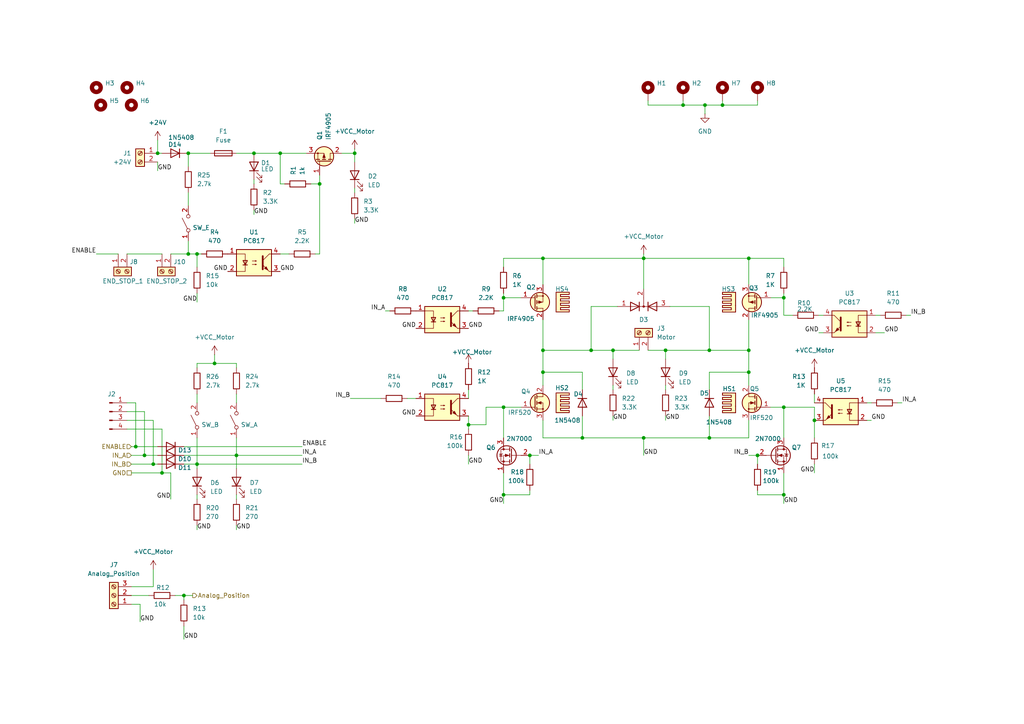
<source format=kicad_sch>
(kicad_sch (version 20231120) (generator "eeschema") (generator_version "8.0")
  (paper "A4")
  (title_block (title "Motor for elevation") (date "2024-04-17") (rev "1.0"))
  (lib_symbols
    (symbol "+24V_1" (power) (pin_numbers hide) (pin_names (offset 0) hide)
      (property "Value" "+24V" (at 0 3.556 0))
      (symbol "+24V_1_1_1"
        (pin power_in line (at 0 0 90) (length 0) (name "~") (number "1"))
      )
    )
    (symbol "Connector:Conn_01x04_Pin" (pin_names (offset 1.016) hide)
      (property "Reference" "J" (at 0 5.08 0))
      (property "Value" "Conn_01x04_Pin" (at 0 -7.62 0))
      (symbol "Conn_01x04_Pin_1_1"
        (pin passive line (at 5.08 2.54 180) (length 3.81) (name "Pin_1") (number "1"))
        (pin passive line (at 5.08 0 180) (length 3.81) (name "Pin_2") (number "2"))
        (pin passive line (at 5.08 -2.54 180) (length 3.81) (name "Pin_3") (number "3"))
        (pin passive line (at 5.08 -5.08 180) (length 3.81) (name "Pin_4") (number "4"))
      )
    )
    (symbol "Connector:Screw_Terminal_01x02" (pin_names (offset 1.016) hide)
      (property "Reference" "J" (at 0 2.54 0))
      (property "Value" "Screw_Terminal_01x02" (at 0 -5.08 0))
      (symbol "Screw_Terminal_01x02_1_1"
        (pin passive line (at -5.08 0 0) (length 3.81) (name "Pin_1") (number "1"))
        (pin passive line (at -5.08 -2.54 0) (length 3.81) (name "Pin_2") (number "2"))
      )
    )
    (symbol "Connector:Screw_Terminal_01x03" (pin_names (offset 1.016) hide)
      (property "Reference" "J" (at 0 5.08 0))
      (property "Value" "Screw_Terminal_01x03" (at 0 -5.08 0))
      (symbol "Screw_Terminal_01x03_1_1"
        (pin passive line (at -5.08 2.54 0) (length 3.81) (name "Pin_1") (number "1"))
        (pin passive line (at -5.08 0 0) (length 3.81) (name "Pin_2") (number "2"))
        (pin passive line (at -5.08 -2.54 0) (length 3.81) (name "Pin_3") (number "3"))
      )
    )
    (symbol "Device:D_Dual_CommonCathode_AAK" (pin_names (offset 0.762) hide)
      (property "Reference" "D3" (at 0 3.81 0))
      (symbol "D_Dual_CommonCathode_AAK_0_1"
        (pin passive line (at -7.62 0 0) (length 3.81) (name "A") (number "1"))
      )
      (symbol "D_Dual_CommonCathode_AAK_1_1"
        (pin passive line (at 0 -5.08 90) (length 2.54) (name "K") (number "2"))
        (pin passive line (at 7.62 0 180) (length 3.81) (name "A") (number "3"))
      )
    )
    (symbol "Device:Fuse" (pin_numbers hide) (pin_names (offset 0))
      (property "Reference" "F" (at 2.032 0 90))
      (property "Value" "Fuse" (at -1.905 0 90))
      (symbol "Fuse_1_1"
        (pin passive line (at 0 3.81 270) (length 1.27) (name "~") (number "1"))
        (pin passive line (at 0 -3.81 90) (length 1.27) (name "~") (number "2"))
      )
    )
    (symbol "Device:LED" (pin_numbers hide) (pin_names (offset 1.016) hide)
      (property "Reference" "D" (at 0 2.54 0))
      (property "Value" "LED" (at 0 -2.54 0))
      (symbol "LED_1_1"
        (pin passive line (at -3.81 0 0) (length 2.54) (name "K") (number "1"))
        (pin passive line (at 3.81 0 180) (length 2.54) (name "A") (number "2"))
      )
    )
    (symbol "Diode:1N4148" (pin_numbers hide) (pin_names hide)
      (property "Reference" "D" (at 0 2.54 0))
      (property "Value" "1N4148" (at 0 -2.54 0))
      (symbol "1N4148_1_1"
        (pin passive line (at -3.81 0 0) (length 2.54) (name "K") (number "1"))
        (pin passive line (at 3.81 0 180) (length 2.54) (name "A") (number "2"))
      )
    )
    (symbol "Diode:1N5406" (pin_numbers hide) (pin_names hide)
      (property "Reference" "D" (at 0 2.54 0))
      (property "Value" "1N5406" (at 0 -2.54 0))
      (symbol "1N5406_1_1"
        (pin passive line (at -3.81 0 0) (length 2.54) (name "K") (number "1"))
        (pin passive line (at 3.81 0 180) (length 2.54) (name "A") (number "2"))
      )
    )
    (symbol "Isolator:PC817" (pin_names (offset 1.016))
      (property "Reference" "U" (at -5.08 5.08 0))
      (property "Value" "PC817" (at 0 5.08 0))
      (symbol "PC817_1_1"
        (pin passive line (at -7.62 2.54 0) (length 2.54) (name "~") (number "1"))
        (pin passive line (at -7.62 -2.54 0) (length 2.54) (name "~") (number "2"))
        (pin passive line (at 7.62 -2.54 180) (length 2.54) (name "~") (number "3"))
        (pin passive line (at 7.62 2.54 180) (length 2.54) (name "~") (number "4"))
      )
    )
    (symbol "Mechanical:Heatsink" (pin_names (offset 1.016))
      (property "Reference" "HS" (at 0 5.08 0))
      (property "Value" "Heatsink" (at 0 -1.27 0))
    )
    (symbol "Mechanical:MountingHole" (pin_names (offset 1.016))
      (property "Reference" "H" (at 0 5.08 0))
      (property "Value" "MountingHole" (at 0 3.175 0))
    )
    (symbol "Mechanical:MountingHole_Pad" (pin_numbers hide) (pin_names (offset 1.016) hide)
      (property "Reference" "H" (at 0 6.35 0))
      (property "Value" "MountingHole_Pad" (at 0 4.445 0))
      (symbol "MountingHole_Pad_1_1"
        (pin input line (at 0 -2.54 90) (length 2.54) (name "1") (number "1"))
      )
    )
    (symbol "PCM_SL_Devices:Resistor_0.5W"
      (property "Reference" "R" (at 0 5.08 0))
      (property "Value" "Resistor_0.5W" (at 0 2.54 0))
      (symbol "Resistor_0.5W_1_1"
        (pin passive line (at -3.81 0 0) (length 1.5) (name "") (number "1"))
        (pin passive line (at 3.81 0 180) (length 1.5) (name "~") (number "2"))
      )
    )
    (symbol "PCM_Transistor_MOSFET_AKL:IRF4905" (pin_names hide)
      (property "Reference" "Q" (at 5.08 1.27 0))
      (property "Value" "IRF4905" (at 5.08 -1.27 0))
      (symbol "IRF4905_1_1"
        (pin input line (at -3.81 1.27 0) (length 2.54) (name "G") (number "1"))
        (pin passive line (at 2.54 -5.08 90) (length 2.54) (name "D") (number "2"))
        (pin passive line (at 2.54 5.08 270) (length 2.54) (name "S") (number "3"))
      )
    )
    (symbol "PCM_Transistor_MOSFET_AKL:IRF520" (pin_names hide)
      (property "Reference" "Q" (at 5.08 1.27 0))
      (property "Value" "IRF520" (at 5.08 -1.27 0))
      (symbol "IRF520_1_1"
        (pin input line (at -3.81 -1.27 0) (length 2.54) (name "G") (number "1"))
        (pin passive line (at 2.54 5.08 270) (length 2.54) (name "D") (number "2"))
        (pin passive line (at 2.54 -5.08 90) (length 2.54) (name "S") (number "3"))
      )
    )
    (symbol "Switch:SW_DPST_x2" (pin_names (offset 0) hide)
      (property "Reference" "SW" (at 0 3.175 0))
      (property "Value" "SW_DPST_x2" (at 0 -2.54 0))
      (symbol "SW_DPST_x2_1_1"
        (pin passive line (at -5.08 0 0) (length 2.54) (name "A") (number "1"))
        (pin passive line (at 5.08 0 180) (length 2.54) (name "B") (number "2"))
      )
      (symbol "SW_DPST_x2_2_1"
        (pin passive line (at -5.08 0 0) (length 2.54) (name "A") (number "3"))
        (pin passive line (at 5.08 0 180) (length 2.54) (name "B") (number "4"))
      )
    )
    (symbol "Transistor_FET:2N7000" (pin_names hide)
      (property "Reference" "Q" (at 5.08 1.905 0))
      (property "Value" "2N7000" (at 5.08 0 0))
      (symbol "2N7000_1_1"
        (pin passive line (at 2.54 -5.08 90) (length 2.54) (name "S") (number "1"))
        (pin input line (at -5.08 0 0) (length 2.54) (name "G") (number "2"))
        (pin passive line (at 2.54 5.08 270) (length 2.54) (name "D") (number "3"))
      )
    )
    (symbol "power:+24V" (power) (pin_names (offset 0))
      (property "Value" "+24V" (at 0 3.556 0))
      (symbol "+24V_1_1"
        (pin power_in line (at 0 0 90) (length 0) hide (name "+24V") (number "1"))
      )
    )
    (symbol "power:GND" (power) (pin_numbers hide) (pin_names (offset 0) hide)
      (property "Value" "GND" (at 0 -3.81 0))
      (symbol "GND_1_1"
        (pin power_in line (at 0 0 270) (length 0) (name "~") (number "1"))
      )
    )
  )
  (junction (at 146.05 86.36))
  (junction (at 193.04 101.6))
  (junction (at 227.33 118.11))
  (junction (at 186.69 74.93))
  (junction (at 171.45 101.6))
  (junction (at 153.67 132.08))
  (junction (at 227.33 86.36))
  (junction (at 57.15 134.62))
  (junction (at 54.61 73.66))
  (junction (at 177.8 101.6))
  (junction (at 41.91 132.08))
  (junction (at 227.33 143.51))
  (junction (at 46.99 137.16))
  (junction (at 205.74 127))
  (junction (at 54.61 44.45))
  (junction (at 102.87 44.45))
  (junction (at 57.15 73.66))
  (junction (at 168.91 127))
  (junction (at 39.37 129.54))
  (junction (at 205.74 101.6))
  (junction (at 92.71 53.34))
  (junction (at 217.17 74.93))
  (junction (at 157.48 101.6))
  (junction (at 44.45 134.62))
  (junction (at 146.05 118.11))
  (junction (at 186.69 127))
  (junction (at 81.28 44.45))
  (junction (at 236.22 121.92))
  (junction (at 204.47 30.48))
  (junction (at 217.17 101.6))
  (junction (at 146.05 143.51))
  (junction (at 53.34 172.72))
  (junction (at 217.17 107.95))
  (junction (at 68.58 132.08))
  (junction (at 73.66 44.45))
  (junction (at 45.72 44.45))
  (junction (at 135.89 123.19))
  (junction (at 198.12 30.48))
  (junction (at 209.55 30.48))
  (junction (at 157.48 74.93))
  (junction (at 62.23 105.41))
  (junction (at 157.48 107.95))
  (junction (at 219.71 132.08))
  (wire (pts (xy 223.52 118.11) (xy 227.33 118.11)))
  (wire (pts (xy 45.72 40.64) (xy 45.72 44.45)))
  (wire (pts (xy 53.34 129.54) (xy 87.63 129.54)))
  (wire (pts (xy 102.87 44.45) (xy 102.87 46.99)))
  (wire (pts (xy 57.15 105.41) (xy 62.23 105.41)))
  (wire (pts (xy 157.48 92.71) (xy 157.48 101.6)))
  (wire (pts (xy 205.74 88.9) (xy 205.74 101.6)))
  (wire (pts (xy 57.15 152.4) (xy 57.15 153.67)))
  (wire (pts (xy 262.89 91.44) (xy 264.16 91.44)))
  (wire (pts (xy 38.1 175.26) (xy 40.64 175.26)))
  (wire (pts (xy 146.05 118.11) (xy 151.13 118.11)))
  (wire (pts (xy 205.74 127) (xy 205.74 120.65)))
  (wire (pts (xy 157.48 127) (xy 168.91 127)))
  (wire (pts (xy 135.89 113.03) (xy 135.89 115.57)))
  (wire (pts (xy 46.99 137.16) (xy 49.53 137.16)))
  (wire (pts (xy 217.17 92.71) (xy 217.17 101.6)))
  (wire (pts (xy 171.45 101.6) (xy 177.8 101.6)))
  (wire (pts (xy 44.45 170.18) (xy 38.1 170.18)))
  (wire (pts (xy 50.8 172.72) (xy 53.34 172.72)))
  (wire (pts (xy 187.96 101.6) (xy 193.04 101.6)))
  (wire (pts (xy 217.17 107.95) (xy 217.17 111.76)))
  (wire (pts (xy 153.67 132.08) (xy 156.21 132.08)))
  (wire (pts (xy 57.15 85.09) (xy 57.15 87.63)))
  (wire (pts (xy 54.61 69.85) (xy 54.61 73.66)))
  (wire (pts (xy 187.96 30.48) (xy 198.12 30.48)))
  (wire (pts (xy 53.34 173.99) (xy 53.34 172.72)))
  (wire (pts (xy 38.1 137.16) (xy 46.99 137.16)))
  (wire (pts (xy 68.58 105.41) (xy 68.58 106.68)))
  (wire (pts (xy 68.58 132.08) (xy 68.58 135.89)))
  (wire (pts (xy 99.06 44.45) (xy 102.87 44.45)))
  (wire (pts (xy 39.37 129.54) (xy 38.1 129.54)))
  (wire (pts (xy 101.6 115.57) (xy 110.49 115.57)))
  (wire (pts (xy 227.33 85.09) (xy 227.33 86.36)))
  (wire (pts (xy 177.8 101.6) (xy 185.42 101.6)))
  (wire (pts (xy 140.97 123.19) (xy 140.97 118.11)))
  (wire (pts (xy 88.9 44.45) (xy 81.28 44.45)))
  (wire (pts (xy 179.07 88.9) (xy 171.45 88.9)))
  (wire (pts (xy 223.52 86.36) (xy 227.33 86.36)))
  (wire (pts (xy 73.66 44.45) (xy 81.28 44.45)))
  (wire (pts (xy 217.17 74.93) (xy 227.33 74.93)))
  (wire (pts (xy 49.53 137.16) (xy 49.53 144.78)))
  (wire (pts (xy 62.23 102.87) (xy 62.23 105.41)))
  (wire (pts (xy 227.33 137.16) (xy 227.33 143.51)))
  (wire (pts (xy 73.66 52.07) (xy 73.66 53.34)))
  (wire (pts (xy 62.23 105.41) (xy 68.58 105.41)))
  (wire (pts (xy 204.47 30.48) (xy 209.55 30.48)))
  (wire (pts (xy 53.34 134.62) (xy 57.15 134.62)))
  (wire (pts (xy 90.17 53.34) (xy 92.71 53.34)))
  (wire (pts (xy 135.89 120.65) (xy 135.89 123.19)))
  (wire (pts (xy 54.61 44.45) (xy 54.61 48.26)))
  (wire (pts (xy 187.96 29.21) (xy 187.96 30.48)))
  (wire (pts (xy 219.71 132.08) (xy 219.71 134.62)))
  (wire (pts (xy 168.91 127) (xy 168.91 120.65)))
  (wire (pts (xy 45.72 132.08) (xy 41.91 132.08)))
  (wire (pts (xy 36.83 73.66) (xy 46.99 73.66)))
  (wire (pts (xy 157.48 101.6) (xy 157.48 107.95)))
  (wire (pts (xy 177.8 120.65) (xy 177.8 121.92)))
  (wire (pts (xy 57.15 135.89) (xy 57.15 134.62)))
  (wire (pts (xy 157.48 107.95) (xy 168.91 107.95)))
  (wire (pts (xy 44.45 134.62) (xy 38.1 134.62)))
  (wire (pts (xy 260.35 116.84) (xy 261.62 116.84)))
  (wire (pts (xy 45.72 129.54) (xy 39.37 129.54)))
  (wire (pts (xy 118.11 115.57) (xy 120.65 115.57)))
  (wire (pts (xy 44.45 165.1) (xy 44.45 170.18)))
  (wire (pts (xy 227.33 143.51) (xy 227.33 146.05)))
  (wire (pts (xy 238.76 91.44) (xy 237.49 91.44)))
  (wire (pts (xy 255.27 91.44) (xy 254 91.44)))
  (wire (pts (xy 135.89 90.17) (xy 137.16 90.17)))
  (wire (pts (xy 205.74 101.6) (xy 217.17 101.6)))
  (wire (pts (xy 45.72 46.99) (xy 45.72 49.53)))
  (wire (pts (xy 68.58 44.45) (xy 73.66 44.45)))
  (wire (pts (xy 254 96.52) (xy 256.54 96.52)))
  (wire (pts (xy 140.97 118.11) (xy 146.05 118.11)))
  (wire (pts (xy 68.58 114.3) (xy 68.58 116.84)))
  (wire (pts (xy 217.17 107.95) (xy 205.74 107.95)))
  (wire (pts (xy 135.89 123.19) (xy 135.89 124.46)))
  (wire (pts (xy 193.04 101.6) (xy 193.04 104.14)))
  (wire (pts (xy 227.33 74.93) (xy 227.33 77.47)))
  (wire (pts (xy 36.83 116.84) (xy 39.37 116.84)))
  (wire (pts (xy 146.05 137.16) (xy 146.05 143.51)))
  (wire (pts (xy 217.17 127) (xy 205.74 127)))
  (wire (pts (xy 168.91 127) (xy 186.69 127)))
  (wire (pts (xy 81.28 44.45) (xy 81.28 53.34)))
  (wire (pts (xy 219.71 142.24) (xy 219.71 143.51)))
  (wire (pts (xy 45.72 44.45) (xy 46.99 44.45)))
  (wire (pts (xy 146.05 118.11) (xy 146.05 127)))
  (wire (pts (xy 157.48 107.95) (xy 157.48 111.76)))
  (wire (pts (xy 146.05 74.93) (xy 146.05 77.47)))
  (wire (pts (xy 204.47 30.48) (xy 204.47 33.02)))
  (wire (pts (xy 236.22 121.92) (xy 236.22 118.11)))
  (wire (pts (xy 157.48 74.93) (xy 157.48 82.55)))
  (wire (pts (xy 227.33 86.36) (xy 227.33 91.44)))
  (wire (pts (xy 57.15 127) (xy 57.15 134.62)))
  (wire (pts (xy 209.55 30.48) (xy 219.71 30.48)))
  (wire (pts (xy 102.87 43.18) (xy 102.87 44.45)))
  (wire (pts (xy 146.05 143.51) (xy 146.05 146.05)))
  (wire (pts (xy 177.8 101.6) (xy 177.8 104.14)))
  (wire (pts (xy 41.91 119.38) (xy 41.91 132.08)))
  (wire (pts (xy 45.72 134.62) (xy 44.45 134.62)))
  (wire (pts (xy 44.45 121.92) (xy 44.45 134.62)))
  (wire (pts (xy 91.44 73.66) (xy 92.71 73.66)))
  (wire (pts (xy 227.33 118.11) (xy 236.22 118.11)))
  (wire (pts (xy 186.69 74.93) (xy 217.17 74.93)))
  (wire (pts (xy 171.45 88.9) (xy 171.45 101.6)))
  (wire (pts (xy 53.34 172.72) (xy 55.88 172.72)))
  (wire (pts (xy 219.71 29.21) (xy 219.71 30.48)))
  (wire (pts (xy 193.04 111.76) (xy 193.04 113.03)))
  (wire (pts (xy 146.05 74.93) (xy 157.48 74.93)))
  (wire (pts (xy 177.8 111.76) (xy 177.8 113.03)))
  (wire (pts (xy 157.48 101.6) (xy 171.45 101.6)))
  (wire (pts (xy 236.22 134.62) (xy 236.22 137.16)))
  (wire (pts (xy 57.15 134.62) (xy 87.63 134.62)))
  (wire (pts (xy 194.31 88.9) (xy 205.74 88.9)))
  (wire (pts (xy 36.83 124.46) (xy 46.99 124.46)))
  (wire (pts (xy 135.89 123.19) (xy 140.97 123.19)))
  (wire (pts (xy 193.04 120.65) (xy 193.04 121.92)))
  (wire (pts (xy 135.89 132.08) (xy 135.89 134.62)))
  (wire (pts (xy 237.49 96.52) (xy 238.76 96.52)))
  (wire (pts (xy 227.33 118.11) (xy 227.33 127)))
  (wire (pts (xy 186.69 127) (xy 205.74 127)))
  (wire (pts (xy 157.48 121.92) (xy 157.48 127)))
  (wire (pts (xy 41.91 132.08) (xy 38.1 132.08)))
  (wire (pts (xy 227.33 143.51) (xy 219.71 143.51)))
  (wire (pts (xy 73.66 60.96) (xy 73.66 62.23)))
  (wire (pts (xy 68.58 143.51) (xy 68.58 144.78)))
  (wire (pts (xy 153.67 132.08) (xy 153.67 134.62)))
  (wire (pts (xy 146.05 85.09) (xy 146.05 86.36)))
  (wire (pts (xy 102.87 54.61) (xy 102.87 55.88)))
  (wire (pts (xy 92.71 53.34) (xy 92.71 73.66)))
  (wire (pts (xy 111.76 90.17) (xy 113.03 90.17)))
  (wire (pts (xy 204.47 30.48) (xy 198.12 30.48)))
  (wire (pts (xy 153.67 142.24) (xy 153.67 143.51)))
  (wire (pts (xy 39.37 116.84) (xy 39.37 129.54)))
  (wire (pts (xy 38.1 172.72) (xy 43.18 172.72)))
  (wire (pts (xy 36.83 121.92) (xy 44.45 121.92)))
  (wire (pts (xy 49.53 73.66) (xy 54.61 73.66)))
  (wire (pts (xy 193.04 101.6) (xy 205.74 101.6)))
  (wire (pts (xy 146.05 86.36) (xy 151.13 86.36)))
  (wire (pts (xy 251.46 116.84) (xy 252.73 116.84)))
  (wire (pts (xy 198.12 29.21) (xy 198.12 30.48)))
  (wire (pts (xy 54.61 44.45) (xy 60.96 44.45)))
  (wire (pts (xy 92.71 53.34) (xy 92.71 50.8)))
  (wire (pts (xy 209.55 29.21) (xy 209.55 30.48)))
  (wire (pts (xy 217.17 74.93) (xy 217.17 82.55)))
  (wire (pts (xy 68.58 132.08) (xy 87.63 132.08)))
  (wire (pts (xy 68.58 127) (xy 68.58 132.08)))
  (wire (pts (xy 36.83 119.38) (xy 41.91 119.38)))
  (wire (pts (xy 81.28 73.66) (xy 83.82 73.66)))
  (wire (pts (xy 68.58 152.4) (xy 68.58 153.67)))
  (wire (pts (xy 57.15 73.66) (xy 58.42 73.66)))
  (wire (pts (xy 57.15 143.51) (xy 57.15 144.78)))
  (wire (pts (xy 217.17 101.6) (xy 217.17 107.95)))
  (wire (pts (xy 27.94 73.66) (xy 34.29 73.66)))
  (wire (pts (xy 186.69 127) (xy 186.69 132.08)))
  (wire (pts (xy 251.46 121.92) (xy 252.73 121.92)))
  (wire (pts (xy 40.64 175.26) (xy 40.64 180.34)))
  (wire (pts (xy 217.17 121.92) (xy 217.17 127)))
  (wire (pts (xy 102.87 63.5) (xy 102.87 64.77)))
  (wire (pts (xy 46.99 124.46) (xy 46.99 137.16)))
  (wire (pts (xy 57.15 73.66) (xy 57.15 77.47)))
  (wire (pts (xy 186.69 73.66) (xy 186.69 74.93)))
  (wire (pts (xy 144.78 90.17) (xy 146.05 90.17)))
  (wire (pts (xy 53.34 132.08) (xy 68.58 132.08)))
  (wire (pts (xy 219.71 132.08) (xy 217.17 132.08)))
  (wire (pts (xy 146.05 143.51) (xy 153.67 143.51)))
  (wire (pts (xy 205.74 107.95) (xy 205.74 113.03)))
  (wire (pts (xy 157.48 74.93) (xy 186.69 74.93)))
  (wire (pts (xy 57.15 116.84) (xy 57.15 114.3)))
  (wire (pts (xy 53.34 181.61) (xy 53.34 185.42)))
  (wire (pts (xy 236.22 114.3) (xy 236.22 116.84)))
  (wire (pts (xy 146.05 86.36) (xy 146.05 90.17)))
  (wire (pts (xy 81.28 53.34) (xy 82.55 53.34)))
  (wire (pts (xy 54.61 73.66) (xy 57.15 73.66)))
  (wire (pts (xy 57.15 106.68) (xy 57.15 105.41)))
  (wire (pts (xy 54.61 55.88) (xy 54.61 59.69)))
  (wire (pts (xy 186.69 74.93) (xy 186.69 83.82)))
  (wire (pts (xy 168.91 107.95) (xy 168.91 113.03)))
  (wire (pts (xy 236.22 121.92) (xy 236.22 127)))
  (wire (pts (xy 227.33 91.44) (xy 229.87 91.44)))
  (label "IN_B" (at 87.63 134.62 0))
  (label "GND" (at 53.34 185.42 0))
  (label "GND" (at 256.54 96.52 0))
  (label "IN_A" (at 156.21 132.08 0))
  (label "GND" (at 49.53 144.78 180))
  (label "IN_B" (at 101.6 115.57 180))
  (label "ENABLE" (at 87.63 129.54 0))
  (label "GND" (at 227.33 146.05 0))
  (label "GND" (at 102.87 64.77 0))
  (label "GND" (at 120.65 95.25 180))
  (label "IN_A" (at 261.62 116.84 0))
  (label "GND" (at 120.65 120.65 180))
  (label "GND" (at 135.89 134.62 0))
  (label "GND" (at 66.04 78.74 180))
  (label "GND" (at 146.05 146.05 180))
  (label "GND" (at 57.15 153.67 0))
  (label "ENABLE" (at 27.94 73.66 180))
  (label "IN_A" (at 111.76 90.17 180))
  (label "GND" (at 252.73 121.92 0))
  (label "GND" (at 45.72 49.53 0))
  (label "GND" (at 68.58 153.67 0))
  (label "IN_A" (at 87.63 132.08 0))
  (label "GND" (at 135.89 95.25 0))
  (label "GND" (at 57.15 87.63 180))
  (label "IN_B" (at 217.17 132.08 180))
  (label "GND" (at 236.22 137.16 180))
  (label "GND" (at 193.04 121.92 0))
  (label "GND" (at 81.28 78.74 0))
  (label "GND" (at 186.69 132.08 0))
  (label "GND" (at 177.8 121.92 0))
  (label "GND" (at 237.49 96.52 180))
  (label "GND" (at 40.64 180.34 0))
  (label "GND" (at 73.66 62.23 0))
  (label "IN_B" (at 264.16 91.44 0))
  (hierarchical_label "IN_B" (shape input) (at 38.1 134.62 180))
  (hierarchical_label "GND" (shape passive) (at 38.1 137.16 180))
  (hierarchical_label "Analog_Position" (shape output) (at 55.88 172.72 0))
  (hierarchical_label "ENABLE" (shape input) (at 38.1 129.54 180))
  (hierarchical_label "IN_A" (shape input) (at 38.1 132.08 180))
  (symbol (lib_id "Mechanical:MountingHole_Pad") (at 198.12 26.67 0) (unit 1)
    (property "Reference" "H2" (at 200.66 24.1299 0) (effects (justify left)))
    (property "Value" "Probe_GND" (effects (hide yes)))
    (property "Footprint" "Holes:Hole_1mm_Scope" (effects (hide yes)))
    (property "Description" "Mounting Hole with connection" (effects (hide yes)))
  )
  (symbol (lib_id "PCM_SL_Devices:Resistor_0.5W") (at 114.3 115.57 0) (unit 1)
    (property "Reference" "R14" (at 114.3 109.22 0))
    (property "Value" "470" (at 114.3 111.76 0))
    (property "Footprint" "Resistor_THT:R_Axial_DIN0207_L6.3mm_D2.5mm_P7.62mm_Horizontal" (effects (hide yes)))
  )
  (symbol (lib_id "PCM_SL_Devices:Resistor_0.5W") (at 177.8 116.84 270) (unit 1)
    (property "Reference" "R22" (at 180.34 115.57 90) (effects (justify left)))
    (property "Value" "3.3K" (at 180.34 118.11 90) (effects (justify left)))
    (property "Footprint" "Resistor_THT:R_Axial_DIN0207_L6.3mm_D2.5mm_P7.62mm_Horizontal" (effects (hide yes)))
  )
  (symbol (lib_id "PCM_SL_Devices:Resistor_0.5W") (at 236.22 110.49 90) (mirror x) (unit 1)
    (property "Reference" "R13" (at 233.68 109.22 90) (effects (justify left)))
    (property "Value" "1K" (at 233.68 111.76 90) (effects (justify left)))
    (property "Footprint" "Resistor_THT:R_Axial_DIN0207_L6.3mm_D2.5mm_P7.62mm_Horizontal" (effects (hide yes)))
  )
  (symbol (lib_id "Mechanical:MountingHole_Pad") (at 187.96 26.67 0) (unit 1)
    (property "Reference" "H1" (at 190.5 24.1299 0) (effects (justify left)))
    (property "Value" "Probe_GND" (effects (hide yes)))
    (property "Footprint" "Holes:Hole_1mm_Scope" (effects (hide yes)))
    (property "Description" "Mounting Hole with connection" (effects (hide yes)))
  )
  (symbol (lib_id "Transistor_FET:2N7000") (at 148.59 132.08 0) (mirror y) (unit 1)
    (property "Reference" "Q6" (at 143.764 129.794 0) (effects (justify left)))
    (property "Value" "2N7000" (at 154.432 127.254 0) (effects (justify left)))
    (property "Footprint" "Package_TO_SOT_THT:TO-92_Inline" (effects (hide yes)))
    (property "Datasheet" "https://www.vishay.com/docs/70226/70226.pdf" (effects (hide yes)))
    (property "Description" "0.2A Id, 200V Vds, N-Channel MOSFET, 2.6V Logic Level, TO-92" (effects (hide yes)))
  )
  (symbol (lib_id "Transistor_FET:2N7000") (at 224.79 132.08 0) (unit 1)
    (property "Reference" "Q7" (at 229.616 129.794 0) (effects (justify left)))
    (property "Value" "2N7000" (at 218.948 127.254 0) (effects (justify left)))
    (property "Footprint" "Package_TO_SOT_THT:TO-92_Inline" (effects (hide yes)))
    (property "Datasheet" "https://www.vishay.com/docs/70226/70226.pdf" (effects (hide yes)))
    (property "Description" "0.2A Id, 200V Vds, N-Channel MOSFET, 2.6V Logic Level, TO-92" (effects (hide yes)))
  )
  (symbol (lib_id "Mechanical:Heatsink") (at 161.29 116.84 270) (unit 1)
    (property "Reference" "HS2" (at 161.036 112.522 90) (effects (justify left)))
    (property "Value" "Heatsink" (effects (hide yes)))
    (property "Footprint" "HeatSink:HeastSink_MOSFET_15mm_10mm_20mm" (effects (hide yes)))
    (property "Description" "Heatsink" (effects (hide yes)))
  )
  (symbol (lib_id "PCM_SL_Devices:Resistor_0.5W") (at 233.68 91.44 0) (mirror y) (unit 1)
    (property "Reference" "R10" (at 233.172 87.884 0))
    (property "Value" "2.2K" (at 233.426 89.662 0))
    (property "Footprint" "Resistor_THT:R_Axial_DIN0207_L6.3mm_D2.5mm_P7.62mm_Horizontal" (effects (hide yes)))
  )
  (symbol (lib_id "PCM_SL_Devices:Resistor_0.5W") (at 62.23 73.66 0) (unit 1)
    (property "Reference" "R4" (at 62.23 67.31 0))
    (property "Value" "470" (at 62.23 69.85 0))
    (property "Footprint" "Resistor_THT:R_Axial_DIN0207_L6.3mm_D2.5mm_P7.62mm_Horizontal" (effects (hide yes)))
  )
  (symbol (lib_id "Device:LED") (at 193.04 107.95 90) (unit 1)
    (property "Reference" "D9" (at 196.85 108.2674 90) (effects (justify right)))
    (property "Value" "LED" (at 196.85 110.8074 90) (effects (justify right)))
    (property "Footprint" "LED_THT:LED_D3.0mm" (effects (hide yes)))
  )
  (symbol (lib_id "PCM_SL_Devices:Resistor_0.5W") (at 116.84 90.17 0) (unit 1)
    (property "Reference" "R8" (at 116.84 83.82 0))
    (property "Value" "470" (at 116.84 86.36 0))
    (property "Footprint" "Resistor_THT:R_Axial_DIN0207_L6.3mm_D2.5mm_P7.62mm_Horizontal" (effects (hide yes)))
  )
  (symbol (lib_id "Isolator:PC817") (at 128.27 92.71 0) (unit 1)
    (property "Reference" "U2" (at 128.27 83.82 0))
    (property "Value" "PC817" (at 128.27 86.36 0))
    (property "Footprint" "Package_DIP:DIP-4_W7.62mm" (effects (hide yes)))
    (property "Datasheet" "http://www.soselectronic.cz/a_info/resource/d/pc817.pdf" (effects (hide yes)))
  )
  (symbol (lib_id "Switch:SW_DPST_x2") (at 54.61 64.77 90) (unit 1)
    (property "Reference" "SW3" (effects (hide yes)))
    (property "Value" "SW_E" (at 55.88 66.0399 90) (effects (justify right)))
    (property "Footprint" "Button_Switch_THT:SW_PUSH_6mm_H8mm" (effects (hide yes)))
    (property "Description" "Single Pole Single Throw (SPST) switch, separate symbol" (effects (hide yes)))
  )
  (symbol (lib_id "PCM_SL_Devices:Resistor_0.5W") (at 57.15 81.28 90) (unit 1)
    (property "Reference" "R15" (at 59.69 80.0099 90) (effects (justify right)))
    (property "Value" "10k" (at 59.69 82.5499 90) (effects (justify right)))
    (property "Footprint" "Resistor_THT:R_Axial_DIN0207_L6.3mm_D2.5mm_P7.62mm_Horizontal" (effects (hide yes)))
  )
  (symbol (lib_id "Mechanical:MountingHole") (at 29.21 30.48 0) (unit 1)
    (property "Reference" "H5" (at 31.75 29.2099 0) (effects (justify left)))
    (property "Value" "MountingHole" (effects (hide yes)))
    (property "Footprint" "MountingHole:MountingHole_3mm" (effects (hide yes)))
    (property "Description" "Mounting Hole without connection" (effects (hide yes)))
  )
  (symbol (lib_id "PCM_SL_Devices:Resistor_0.5W") (at 140.97 90.17 0) (unit 1)
    (property "Reference" "R9" (at 140.97 83.82 0))
    (property "Value" "2.2K" (at 140.97 86.36 0))
    (property "Footprint" "Resistor_THT:R_Axial_DIN0207_L6.3mm_D2.5mm_P7.62mm_Horizontal" (effects (hide yes)))
  )
  (symbol (lib_id "PCM_SL_Devices:Resistor_0.5W") (at 219.71 138.43 90) (mirror x) (unit 1)
    (property "Reference" "R19" (at 225.298 136.906 90) (effects (justify left)))
    (property "Value" "100k" (at 226.06 139.446 90) (effects (justify left)))
    (property "Footprint" "Resistor_THT:R_Axial_DIN0207_L6.3mm_D2.5mm_P7.62mm_Horizontal" (effects (hide yes)))
  )
  (symbol (lib_id "Mechanical:Heatsink") (at 213.36 116.84 90) (unit 1)
    (property "Reference" "HS1" (at 209.55 112.776 90) (effects (justify right)))
    (property "Value" "Heatsink" (effects (hide yes)))
    (property "Footprint" "HeatSink:HeastSink_MOSFET_15mm_10mm_20mm" (effects (hide yes)))
    (property "Description" "Heatsink" (effects (hide yes)))
  )
  (symbol (lib_id "PCM_SL_Devices:Resistor_0.5W") (at 73.66 57.15 270) (unit 1)
    (property "Reference" "R2" (at 76.2 55.88 90) (effects (justify left)))
    (property "Value" "3.3K" (at 76.2 58.42 90) (effects (justify left)))
    (property "Footprint" "Resistor_THT:R_Axial_DIN0207_L6.3mm_D2.5mm_P7.62mm_Horizontal" (effects (hide yes)))
  )
  (symbol (lib_id "Mechanical:Heatsink") (at 161.29 87.63 270) (unit 1)
    (property "Reference" "HS4" (at 161.036 83.82 90) (effects (justify left)))
    (property "Value" "Heatsink" (effects (hide yes)))
    (property "Footprint" "HeatSink:HeastSink_MOSFET_15mm_10mm_20mm" (effects (hide yes)))
    (property "Description" "Heatsink" (effects (hide yes)))
  )
  (symbol (lib_id "PCM_SL_Devices:Resistor_0.5W") (at 153.67 138.43 270) (unit 1)
    (property "Reference" "R18" (at 148.082 136.906 90) (effects (justify left)))
    (property "Value" "100k" (at 147.32 139.446 90) (effects (justify left)))
    (property "Footprint" "Resistor_THT:R_Axial_DIN0207_L6.3mm_D2.5mm_P7.62mm_Horizontal" (effects (hide yes)))
  )
  (symbol (lib_id "Connector:Screw_Terminal_01x03") (at 33.02 172.72 180) (unit 1)
    (property "Reference" "J7" (at 33.02 163.83 0))
    (property "Value" "Analog_Position" (at 33.02 166.37 0))
    (property "Footprint" "Connector_PinHeader_2.54mm:PinHeader_1x01_P2.54mm_Vertical" (effects (hide yes)))
    (property "Description" "Generic screw terminal, single row, 01x03, script generated (kicad-library-utils/schlib/autogen/connector/)" (effects (hide yes)))
  )
  (symbol (lib_id "Connector:Screw_Terminal_01x02") (at 34.29 78.74 90) (mirror x) (unit 1)
    (property "Reference" "J8" (at 37.592 75.946 90) (effects (justify right)))
    (property "Value" "END_STOP_1" (at 29.718 81.534 90) (effects (justify right)))
    (property "Footprint" "TerminalBlock_Phoenix:TerminalBlock_Phoenix_MKDS-1,5-2-5.08_1x02_P5.08mm_Horizontal" (effects (hide yes)))
  )
  (symbol (lib_name "+24V_1") (lib_id "power:+24V") (at 236.22 106.68 0) (mirror y) (unit 1)
    (property "Reference" "#PWR06" (effects (hide yes)))
    (property "Value" "+VCC_Motor" (at 236.22 101.6 0))
    (property "Description" "Power symbol creates a global label with name \"+24V\"" (effects (hide yes)))
  )
  (symbol (lib_id "Isolator:PC817") (at 128.27 118.11 0) (unit 1)
    (property "Reference" "U4" (at 128.27 109.22 0))
    (property "Value" "PC817" (at 128.27 111.76 0))
    (property "Footprint" "Package_DIP:DIP-4_W7.62mm" (effects (hide yes)))
    (property "Datasheet" "http://www.soselectronic.cz/a_info/resource/d/pc817.pdf" (effects (hide yes)))
  )
  (symbol (lib_id "Connector:Screw_Terminal_01x02") (at 46.99 78.74 90) (mirror x) (unit 1)
    (property "Reference" "J10" (at 50.292 75.946 90) (effects (justify right)))
    (property "Value" "END_STOP_2" (at 42.418 81.534 90) (effects (justify right)))
    (property "Footprint" "TerminalBlock_Phoenix:TerminalBlock_Phoenix_MKDS-1,5-2-5.08_1x02_P5.08mm_Horizontal" (effects (hide yes)))
  )
  (symbol (lib_id "PCM_SL_Devices:Resistor_0.5W") (at 256.54 116.84 0) (mirror x) (unit 1)
    (property "Reference" "R15" (at 256.54 110.49 0))
    (property "Value" "470" (at 256.54 113.03 0))
    (property "Footprint" "Resistor_THT:R_Axial_DIN0207_L6.3mm_D2.5mm_P7.62mm_Horizontal" (effects (hide yes)))
  )
  (symbol (lib_id "Connector:Conn_01x04_Pin") (at 31.75 119.38 0) (unit 1)
    (property "Reference" "J2" (at 32.385 114.3 0))
    (property "Value" "PinHeader_Control" (effects (hide yes)))
    (property "Footprint" "Connector_PinHeader_2.54mm:PinHeader_1x04_P2.54mm_Vertical" (effects (hide yes)))
    (property "Description" "Generic connector, single row, 01x04, script generated" (effects (hide yes)))
  )
  (symbol (lib_name "+24V_1") (lib_id "power:+24V") (at 186.69 73.66 0) (unit 1)
    (property "Reference" "#PWR03" (effects (hide yes)))
    (property "Value" "+VCC_Motor" (at 186.69 68.58 0))
    (property "Description" "Power symbol creates a global label with name \"+24V\"" (effects (hide yes)))
  )
  (symbol (lib_name "+24V_1") (lib_id "power:+24V") (at 62.23 102.87 0) (unit 1)
    (property "Reference" "#PWR08" (effects (hide yes)))
    (property "Value" "+VCC_Motor" (at 62.23 97.79 0))
    (property "Description" "Power symbol creates a global label with name \"+24V\"" (effects (hide yes)))
  )
  (symbol (lib_id "PCM_Transistor_MOSFET_AKL:IRF4905") (at 93.98 46.99 90) (unit 1)
    (property "Reference" "Q1" (at 92.71 40.64 0) (effects (justify left)))
    (property "Value" "IRF4905" (at 95.25 40.64 0) (effects (justify left)))
    (property "Footprint" "Package_TO_SOT_THT:TO-220-3_Vertical" (effects (hide yes)))
    (property "Datasheet" "https://www.tme.eu/Document/6b5423f4bc207bf599b8e5a57c2f701a/irf4905.pdf" (effects (hide yes)))
  )
  (symbol (lib_id "PCM_SL_Devices:Resistor_0.5W") (at 54.61 52.07 270) (unit 1)
    (property "Reference" "R25" (at 57.15 50.8 90) (effects (justify left)))
    (property "Value" "2.7k" (at 57.15 53.34 90) (effects (justify left)))
    (property "Footprint" "Resistor_THT:R_Axial_DIN0207_L6.3mm_D2.5mm_P7.62mm_Horizontal" (effects (hide yes)))
  )
  (symbol (lib_id "Connector:Screw_Terminal_01x02") (at 185.42 96.52 90) (unit 1)
    (property "Reference" "J3" (at 190.5 95.2499 90) (effects (justify right)))
    (property "Value" "Motor" (at 190.5 97.7899 90) (effects (justify right)))
    (property "Footprint" "TerminalBlock_Phoenix:TerminalBlock_Phoenix_MKDS-3-2-5.08_1x02_P5.08mm_Horizontal" (effects (hide yes)))
  )
  (symbol (lib_id "PCM_SL_Devices:Resistor_0.5W") (at 53.34 177.8 270) (unit 1)
    (property "Reference" "R13" (at 55.88 176.53 90) (effects (justify left)))
    (property "Value" "10k" (at 55.88 179.07 90) (effects (justify left)))
    (property "Footprint" "Resistor_THT:R_Axial_DIN0207_L6.3mm_D2.5mm_P7.62mm_Horizontal" (effects (hide yes)))
  )
  (symbol (lib_id "Diode:1N5406") (at 205.74 116.84 90) (mirror x) (unit 1)
    (property "Reference" "D5" (at 202.946 114.046 90) (effects (justify right)))
    (property "Value" "1N5408" (at 204.724 122.428 90) (effects (justify right)))
    (property "Footprint" "Diode_THT:D_DO-201AD_P15.24mm_Horizontal" (effects (hide yes)))
    (property "Datasheet" "http://www.vishay.com/docs/88516/1n5400.pdf" (effects (hide yes)))
    (property "Sim.Device" "D" (effects (hide yes)))
    (property "Sim.Pins" "1=K 2=A" (effects (hide yes)))
  )
  (symbol (lib_id "Mechanical:MountingHole_Pad") (at 219.71 26.67 0) (unit 1)
    (property "Reference" "H8" (at 222.25 24.1299 0) (effects (justify left)))
    (property "Value" "Probe_GND" (effects (hide yes)))
    (property "Footprint" "Holes:Hole_1mm_Scope" (effects (hide yes)))
    (property "Description" "Mounting Hole with connection" (effects (hide yes)))
  )
  (symbol (lib_id "PCM_Transistor_MOSFET_AKL:IRF520") (at 154.94 116.84 0) (unit 1)
    (property "Reference" "Q4" (at 151.13 113.538 0) (effects (justify left)))
    (property "Value" "IRF520" (at 147.32 119.634 0) (effects (justify left)))
    (property "Footprint" "Package_TO_SOT_THT:TO-220-3_Vertical" (effects (hide yes)))
    (property "Datasheet" "https://www.tme.eu/Document/f92e3a72a387abb9a14eed6a0b9ccfe0/IRF520PBF.pdf" (effects (hide yes)))
  )
  (symbol (lib_id "PCM_SL_Devices:Resistor_0.5W") (at 135.89 128.27 270) (unit 1)
    (property "Reference" "R16" (at 130.302 126.746 90) (effects (justify left)))
    (property "Value" "100k" (at 129.54 129.286 90) (effects (justify left)))
    (property "Footprint" "Resistor_THT:R_Axial_DIN0207_L6.3mm_D2.5mm_P7.62mm_Horizontal" (effects (hide yes)))
  )
  (symbol (lib_id "PCM_SL_Devices:Resistor_0.5W") (at 227.33 81.28 90) (mirror x) (unit 1)
    (property "Reference" "R7" (at 224.79 80.01 90) (effects (justify left)))
    (property "Value" "1K" (at 224.79 82.55 90) (effects (justify left)))
    (property "Footprint" "Resistor_THT:R_Axial_DIN0207_L6.3mm_D2.5mm_P7.62mm_Horizontal" (effects (hide yes)))
  )
  (symbol (lib_id "PCM_SL_Devices:Resistor_0.5W") (at 193.04 116.84 270) (unit 1)
    (property "Reference" "R23" (at 195.58 115.57 90) (effects (justify left)))
    (property "Value" "3.3K" (at 195.58 118.11 90) (effects (justify left)))
    (property "Footprint" "Resistor_THT:R_Axial_DIN0207_L6.3mm_D2.5mm_P7.62mm_Horizontal" (effects (hide yes)))
  )
  (symbol (lib_name "+24V_1") (lib_id "power:+24V") (at 102.87 43.18 0) (unit 1)
    (property "Reference" "#PWR02" (effects (hide yes)))
    (property "Value" "+VCC_Motor" (at 102.87 38.1 0))
    (property "Description" "Power symbol creates a global label with name \"+24V\"" (effects (hide yes)))
  )
  (symbol (lib_id "PCM_SL_Devices:Resistor_0.5W") (at 236.22 130.81 90) (mirror x) (unit 1)
    (property "Reference" "R17" (at 242.062 129.286 90) (effects (justify left)))
    (property "Value" "100k" (at 243.332 132.334 90) (effects (justify left)))
    (property "Footprint" "Resistor_THT:R_Axial_DIN0207_L6.3mm_D2.5mm_P7.62mm_Horizontal" (effects (hide yes)))
  )
  (symbol (lib_id "PCM_SL_Devices:Resistor_0.5W") (at 86.36 53.34 180) (unit 1)
    (property "Reference" "R1" (at 85.0899 50.8 90) (effects (justify right)))
    (property "Value" "1k" (at 87.6299 50.8 90) (effects (justify right)))
    (property "Footprint" "Resistor_THT:R_Axial_DIN0207_L6.3mm_D2.5mm_P7.62mm_Horizontal" (effects (hide yes)))
  )
  (symbol (lib_id "Diode:1N4148") (at 49.53 134.62 180) (unit 1)
    (property "Reference" "D11" (at 53.594 135.636 0))
    (property "Value" "1N4148" (effects (hide yes)))
    (property "Footprint" "Diode_THT:D_DO-35_SOD27_P7.62mm_Horizontal" (effects (hide yes)))
    (property "Datasheet" "https://assets.nexperia.com/documents/data-sheet/1N4148_1N4448.pdf" (effects (hide yes)))
    (property "Description" "100V 0.15A standard switching diode, DO-35" (effects (hide yes)))
    (property "Sim.Device" "D" (effects (hide yes)))
    (property "Sim.Pins" "1=K 2=A" (effects (hide yes)))
  )
  (symbol (lib_id "Diode:1N4148") (at 49.53 129.54 180) (unit 1)
    (property "Reference" "D13" (at 53.594 130.556 0))
    (property "Value" "1N4148" (effects (hide yes)))
    (property "Footprint" "Diode_THT:D_DO-35_SOD27_P7.62mm_Horizontal" (effects (hide yes)))
    (property "Datasheet" "https://assets.nexperia.com/documents/data-sheet/1N4148_1N4448.pdf" (effects (hide yes)))
    (property "Description" "100V 0.15A standard switching diode, DO-35" (effects (hide yes)))
    (property "Sim.Device" "D" (effects (hide yes)))
    (property "Sim.Pins" "1=K 2=A" (effects (hide yes)))
  )
  (symbol (lib_id "PCM_SL_Devices:Resistor_0.5W") (at 57.15 148.59 270) (unit 1)
    (property "Reference" "R20" (at 59.69 147.32 90) (effects (justify left)))
    (property "Value" "270" (at 59.69 149.86 90) (effects (justify left)))
    (property "Footprint" "Resistor_THT:R_Axial_DIN0207_L6.3mm_D2.5mm_P7.62mm_Horizontal" (effects (hide yes)))
  )
  (symbol (lib_id "Switch:SW_DPST_x2") (at 57.15 121.92 90) (unit 1)
    (property "Reference" "SW1" (effects (hide yes)))
    (property "Value" "SW_B" (at 58.42 123.1899 90) (effects (justify right)))
    (property "Footprint" "Button_Switch_THT:SW_PUSH_6mm_H8mm" (effects (hide yes)))
    (property "Description" "Single Pole Single Throw (SPST) switch, separate symbol" (effects (hide yes)))
  )
  (symbol (lib_id "Isolator:PC817") (at 243.84 119.38 0) (mirror y) (unit 1)
    (property "Reference" "U5" (at 243.84 110.49 0))
    (property "Value" "PC817" (at 243.84 113.03 0))
    (property "Footprint" "Package_DIP:DIP-4_W7.62mm" (effects (hide yes)))
    (property "Datasheet" "http://www.soselectronic.cz/a_info/resource/d/pc817.pdf" (effects (hide yes)))
  )
  (symbol (lib_id "Connector:Screw_Terminal_01x02") (at 40.64 44.45 0) (mirror y) (unit 1)
    (property "Reference" "J1" (at 38.1 44.45 0) (effects (justify left)))
    (property "Value" "+24V" (at 38.1 46.99 0) (effects (justify left)))
    (property "Footprint" "TerminalBlock_Phoenix:TerminalBlock_Phoenix_MKDS-1,5-2-5.08_1x02_P5.08mm_Horizontal" (effects (hide yes)))
  )
  (symbol (lib_id "Diode:1N4148") (at 49.53 132.08 180) (unit 1)
    (property "Reference" "D10" (at 53.594 133.096 0))
    (property "Value" "1N4148" (effects (hide yes)))
    (property "Footprint" "Diode_THT:D_DO-35_SOD27_P7.62mm_Horizontal" (effects (hide yes)))
    (property "Datasheet" "https://assets.nexperia.com/documents/data-sheet/1N4148_1N4448.pdf" (effects (hide yes)))
    (property "Description" "100V 0.15A standard switching diode, DO-35" (effects (hide yes)))
    (property "Sim.Device" "D" (effects (hide yes)))
    (property "Sim.Pins" "1=K 2=A" (effects (hide yes)))
  )
  (symbol (lib_id "PCM_SL_Devices:Resistor_0.5W") (at 57.15 110.49 270) (unit 1)
    (property "Reference" "R26" (at 59.69 109.22 90) (effects (justify left)))
    (property "Value" "2.7k" (at 59.69 111.76 90) (effects (justify left)))
    (property "Footprint" "Resistor_THT:R_Axial_DIN0207_L6.3mm_D2.5mm_P7.62mm_Horizontal" (effects (hide yes)))
  )
  (symbol (lib_id "PCM_SL_Devices:Resistor_0.5W") (at 68.58 110.49 270) (unit 1)
    (property "Reference" "R24" (at 71.12 109.22 90) (effects (justify left)))
    (property "Value" "2.7k" (at 71.12 111.76 90) (effects (justify left)))
    (property "Footprint" "Resistor_THT:R_Axial_DIN0207_L6.3mm_D2.5mm_P7.62mm_Horizontal" (effects (hide yes)))
  )
  (symbol (lib_id "PCM_SL_Devices:Resistor_0.5W") (at 259.08 91.44 0) (unit 1)
    (property "Reference" "R11" (at 259.08 85.09 0))
    (property "Value" "470" (at 259.08 87.63 0))
    (property "Footprint" "Resistor_THT:R_Axial_DIN0207_L6.3mm_D2.5mm_P7.62mm_Horizontal" (effects (hide yes)))
  )
  (symbol (lib_id "PCM_SL_Devices:Resistor_0.5W") (at 46.99 172.72 0) (unit 1)
    (property "Reference" "R12" (at 47.244 170.434 0))
    (property "Value" "10k" (at 46.482 175.26 0))
    (property "Footprint" "Resistor_THT:R_Axial_DIN0207_L6.3mm_D2.5mm_P7.62mm_Horizontal" (effects (hide yes)))
  )
  (symbol (lib_id "Device:LED") (at 57.15 139.7 90) (unit 1)
    (property "Reference" "D6" (at 60.96 140.0174 90) (effects (justify right)))
    (property "Value" "LED" (at 60.96 142.5574 90) (effects (justify right)))
    (property "Footprint" "LED_THT:LED_D3.0mm" (effects (hide yes)))
  )
  (symbol (lib_id "PCM_SL_Devices:Resistor_0.5W") (at 102.87 59.69 270) (unit 1)
    (property "Reference" "R3" (at 105.41 58.42 90) (effects (justify left)))
    (property "Value" "3.3K" (at 105.41 60.96 90) (effects (justify left)))
    (property "Footprint" "Resistor_THT:R_Axial_DIN0207_L6.3mm_D2.5mm_P7.62mm_Horizontal" (effects (hide yes)))
  )
  (symbol (lib_id "Device:D_Dual_CommonCathode_AAK") (at 186.69 88.9 0) (mirror x) (unit 1)
    (property "Reference" "D3" (at 186.69 92.71 0))
    (property "Value" "D_Dual_CommonCathode_AAK" (effects (hide yes)))
    (property "Footprint" "Package_TO_SOT_THT:TO-220-3_Vertical" (effects (hide yes)))
    (property "Description" "Dual diode, common cathode on pin 3" (effects (hide yes)))
  )
  (symbol (lib_id "PCM_Transistor_MOSFET_AKL:IRF4905") (at 219.71 87.63 0) (mirror y) (unit 1)
    (property "Reference" "Q3" (at 219.964 83.566 0) (effects (justify left)))
    (property "Value" "IRF4905" (at 225.806 91.44 0) (effects (justify left)))
    (property "Footprint" "Package_TO_SOT_THT:TO-220-3_Vertical" (effects (hide yes)))
    (property "Datasheet" "https://www.tme.eu/Document/6b5423f4bc207bf599b8e5a57c2f701a/irf4905.pdf" (effects (hide yes)))
  )
  (symbol (lib_id "Device:LED") (at 177.8 107.95 90) (unit 1)
    (property "Reference" "D8" (at 181.61 108.2674 90) (effects (justify right)))
    (property "Value" "LED" (at 181.61 110.8074 90) (effects (justify right)))
    (property "Footprint" "LED_THT:LED_D3.0mm" (effects (hide yes)))
  )
  (symbol (lib_id "PCM_SL_Devices:Resistor_0.5W") (at 146.05 81.28 270) (unit 1)
    (property "Reference" "R6" (at 148.59 80.01 90) (effects (justify left)))
    (property "Value" "1K" (at 148.59 82.55 90) (effects (justify left)))
    (property "Footprint" "Resistor_THT:R_Axial_DIN0207_L6.3mm_D2.5mm_P7.62mm_Horizontal" (effects (hide yes)))
  )
  (symbol (lib_id "PCM_Transistor_MOSFET_AKL:IRF520") (at 219.71 116.84 0) (mirror y) (unit 1)
    (property "Reference" "Q5" (at 220.218 112.776 0) (effects (justify left)))
    (property "Value" "IRF520" (at 224.282 121.158 0) (effects (justify left)))
    (property "Footprint" "Package_TO_SOT_THT:TO-220-3_Vertical" (effects (hide yes)))
    (property "Datasheet" "https://www.tme.eu/Document/f92e3a72a387abb9a14eed6a0b9ccfe0/IRF520PBF.pdf" (effects (hide yes)))
  )
  (symbol (lib_name "+24V_1") (lib_id "power:+24V") (at 135.89 105.41 0) (unit 1)
    (property "Reference" "#PWR05" (effects (hide yes)))
    (property "Value" "+VCC_Motor" (at 136.906 102.108 0))
    (property "Description" "Power symbol creates a global label with name \"+24V\"" (effects (hide yes)))
  )
  (symbol (lib_id "Mechanical:MountingHole_Pad") (at 209.55 26.67 0) (unit 1)
    (property "Reference" "H7" (at 212.09 24.1299 0) (effects (justify left)))
    (property "Value" "Probe_GND" (effects (hide yes)))
    (property "Footprint" "Holes:Hole_1mm_Scope" (effects (hide yes)))
    (property "Description" "Mounting Hole with connection" (effects (hide yes)))
  )
  (symbol (lib_id "Mechanical:Heatsink") (at 213.36 87.63 90) (unit 1)
    (property "Reference" "HS3" (at 209.296 83.82 90) (effects (justify right)))
    (property "Value" "Heatsink" (effects (hide yes)))
    (property "Footprint" "HeatSink:HeastSink_MOSFET_15mm_10mm_20mm" (effects (hide yes)))
    (property "Description" "Heatsink" (effects (hide yes)))
  )
  (symbol (lib_id "PCM_Transistor_MOSFET_AKL:IRF4905") (at 154.94 87.63 0) (unit 1)
    (property "Reference" "Q2" (at 152.654 83.312 0) (effects (justify left)))
    (property "Value" "IRF4905" (at 147.066 92.456 0) (effects (justify left)))
    (property "Footprint" "Package_TO_SOT_THT:TO-220-3_Vertical" (effects (hide yes)))
    (property "Datasheet" "https://www.tme.eu/Document/6b5423f4bc207bf599b8e5a57c2f701a/irf4905.pdf" (effects (hide yes)))
  )
  (symbol (lib_id "Isolator:PC817") (at 246.38 93.98 0) (mirror y) (unit 1)
    (property "Reference" "U3" (at 246.38 85.09 0))
    (property "Value" "PC817" (at 246.38 87.63 0))
    (property "Footprint" "Package_DIP:DIP-4_W7.62mm" (effects (hide yes)))
    (property "Datasheet" "http://www.soselectronic.cz/a_info/resource/d/pc817.pdf" (effects (hide yes)))
  )
  (symbol (lib_id "Isolator:PC817") (at 73.66 76.2 0) (unit 1)
    (property "Reference" "U1" (at 73.66 67.31 0))
    (property "Value" "PC817" (at 73.66 69.85 0))
    (property "Footprint" "Package_DIP:DIP-4_W7.62mm" (effects (hide yes)))
    (property "Datasheet" "http://www.soselectronic.cz/a_info/resource/d/pc817.pdf" (effects (hide yes)))
  )
  (symbol (lib_id "Device:Fuse") (at 64.77 44.45 90) (unit 1)
    (property "Reference" "F1" (at 64.77 38.1 90))
    (property "Value" "Fuse" (at 64.77 40.64 90))
    (property "Footprint" "Fuse:Fuseholder_Cylinder-5x20mm_Schurter_0031_8201_Horizontal_Open" (effects (hide yes)))
    (property "Description" "Fuse" (effects (hide yes)))
  )
  (symbol (lib_id "PCM_SL_Devices:Resistor_0.5W") (at 87.63 73.66 0) (unit 1)
    (property "Reference" "R5" (at 87.63 67.31 0))
    (property "Value" "2.2K" (at 87.63 69.85 0))
    (property "Footprint" "Resistor_THT:R_Axial_DIN0207_L6.3mm_D2.5mm_P7.62mm_Horizontal" (effects (hide yes)))
  )
  (symbol (lib_id "Device:LED") (at 68.58 139.7 90) (unit 1)
    (property "Reference" "D7" (at 72.39 140.0174 90) (effects (justify right)))
    (property "Value" "LED" (at 72.39 142.5574 90) (effects (justify right)))
    (property "Footprint" "LED_THT:LED_D3.0mm" (effects (hide yes)))
  )
  (symbol (lib_id "power:+24V") (at 45.72 40.64 0) (unit 1)
    (property "Reference" "#PWR01" (effects (hide yes)))
    (property "Value" "+24V" (at 45.72 35.56 0))
  )
  (symbol (lib_id "Diode:1N5406") (at 168.91 116.84 270) (unit 1)
    (property "Reference" "D4" (at 166.37 114.3 90) (effects (justify left)))
    (property "Value" "1N5408" (at 160.782 121.92 90) (effects (justify left)))
    (property "Footprint" "Diode_THT:D_DO-201AD_P15.24mm_Horizontal" (effects (hide yes)))
    (property "Datasheet" "http://www.vishay.com/docs/88516/1n5400.pdf" (effects (hide yes)))
    (property "Sim.Device" "D" (effects (hide yes)))
    (property "Sim.Pins" "1=K 2=A" (effects (hide yes)))
  )
  (symbol (lib_id "PCM_SL_Devices:Resistor_0.5W") (at 68.58 148.59 270) (unit 1)
    (property "Reference" "R21" (at 71.12 147.32 90) (effects (justify left)))
    (property "Value" "270" (at 71.12 149.86 90) (effects (justify left)))
    (property "Footprint" "Resistor_THT:R_Axial_DIN0207_L6.3mm_D2.5mm_P7.62mm_Horizontal" (effects (hide yes)))
  )
  (symbol (lib_name "+24V_1") (lib_id "power:+24V") (at 44.45 165.1 0) (unit 1)
    (property "Reference" "#PWR0108" (effects (hide yes)))
    (property "Value" "+VCC_Motor" (at 44.45 160.02 0))
    (property "Description" "Power symbol creates a global label with name \"+24V\"" (effects (hide yes)))
  )
  (symbol (lib_id "Diode:1N5406") (at 50.8 44.45 0) (mirror y) (unit 1)
    (property "Reference" "D14" (at 48.768 41.91 0) (effects (justify right)))
    (property "Value" "1N5408" (at 48.768 39.878 0) (effects (justify right)))
    (property "Footprint" "Diode_THT:D_DO-201AD_P15.24mm_Horizontal" (effects (hide yes)))
    (property "Datasheet" "http://www.vishay.com/docs/88516/1n5400.pdf" (effects (hide yes)))
    (property "Sim.Device" "D" (effects (hide yes)))
    (property "Sim.Pins" "1=K 2=A" (effects (hide yes)))
  )
  (symbol (lib_id "Mechanical:MountingHole") (at 27.94 25.4 0) (unit 1)
    (property "Reference" "H3" (at 30.48 24.1299 0) (effects (justify left)))
    (property "Value" "MountingHole" (effects (hide yes)))
    (property "Footprint" "MountingHole:MountingHole_3mm" (effects (hide yes)))
    (property "Description" "Mounting Hole without connection" (effects (hide yes)))
  )
  (symbol (lib_id "Mechanical:MountingHole") (at 38.1 30.48 0) (unit 1)
    (property "Reference" "H6" (at 40.64 29.2099 0) (effects (justify left)))
    (property "Value" "MountingHole" (effects (hide yes)))
    (property "Footprint" "MountingHole:MountingHole_3mm" (effects (hide yes)))
    (property "Description" "Mounting Hole without connection" (effects (hide yes)))
  )
  (symbol (lib_id "Switch:SW_DPST_x2") (at 68.58 121.92 90) (unit 1)
    (property "Reference" "SW2" (effects (hide yes)))
    (property "Value" "SW_A" (at 69.85 123.1899 90) (effects (justify right)))
    (property "Footprint" "Button_Switch_THT:SW_PUSH_6mm_H8mm" (effects (hide yes)))
    (property "Description" "Single Pole Single Throw (SPST) switch, separate symbol" (effects (hide yes)))
  )
  (symbol (lib_id "Mechanical:MountingHole") (at 36.83 25.4 0) (unit 1)
    (property "Reference" "H4" (at 39.37 24.1299 0) (effects (justify left)))
    (property "Value" "MountingHole" (effects (hide yes)))
    (property "Footprint" "MountingHole:MountingHole_3mm" (effects (hide yes)))
    (property "Description" "Mounting Hole without connection" (effects (hide yes)))
  )
  (symbol (lib_id "Device:LED") (at 102.87 50.8 90) (unit 1)
    (property "Reference" "D2" (at 106.68 51.1174 90) (effects (justify right)))
    (property "Value" "LED" (at 106.68 53.6574 90) (effects (justify right)))
    (property "Footprint" "LED_THT:LED_D3.0mm" (effects (hide yes)))
  )
  (symbol (lib_id "power:GND") (at 204.47 33.02 0) (unit 1)
    (property "Reference" "#PWR04" (effects (hide yes)))
    (property "Value" "GND" (at 204.47 38.1 0))
    (property "Description" "Power symbol creates a global label with name \"GND\" , ground" (effects (hide yes)))
  )
  (symbol (lib_id "PCM_SL_Devices:Resistor_0.5W") (at 135.89 109.22 270) (unit 1)
    (property "Reference" "R12" (at 138.43 107.95 90) (effects (justify left)))
    (property "Value" "1K" (at 138.43 110.49 90) (effects (justify left)))
    (property "Footprint" "Resistor_THT:R_Axial_DIN0207_L6.3mm_D2.5mm_P7.62mm_Horizontal" (effects (hide yes)))
  )
  (symbol (lib_id "Device:LED") (at 73.66 48.26 90) (unit 1)
    (property "Reference" "D1" (at 75.692 47.244 90) (effects (justify right)))
    (property "Value" "LED" (at 75.692 49.022 90) (effects (justify right)))
    (property "Footprint" "LED_THT:LED_D3.0mm" (effects (hide yes)))
  )
)
</source>
